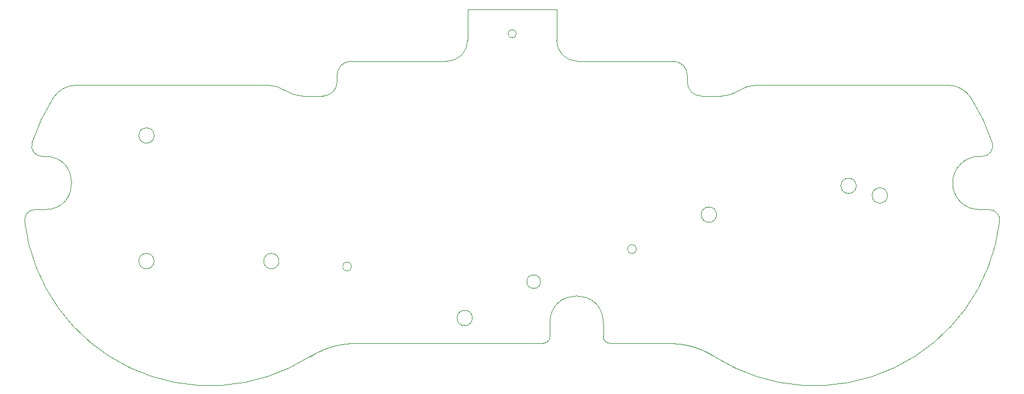
<source format=gbr>
%TF.GenerationSoftware,KiCad,Pcbnew,9.0.6-rc2*%
%TF.CreationDate,2025-11-20T00:57:41-08:00*%
%TF.ProjectId,LatteJr_Main_Board,4c617474-654a-4725-9f4d-61696e5f426f,rev?*%
%TF.SameCoordinates,Original*%
%TF.FileFunction,Profile,NP*%
%FSLAX46Y46*%
G04 Gerber Fmt 4.6, Leading zero omitted, Abs format (unit mm)*
G04 Created by KiCad (PCBNEW 9.0.6-rc2) date 2025-11-20 00:57:41*
%MOMM*%
%LPD*%
G01*
G04 APERTURE LIST*
%TA.AperFunction,Profile*%
%ADD10C,0.050000*%
%TD*%
%ADD11C,0.050000*%
G04 APERTURE END LIST*
D10*
X125117105Y-28956441D02*
G75*
G02*
X122693252Y-29700462I-2423905J3576341D01*
G01*
X105696589Y-62218857D02*
X105696589Y-64214121D01*
X115761293Y-24717570D02*
X102014998Y-24717570D01*
X142013339Y-42598349D02*
G75*
G02*
X139813339Y-42598349I-1100000J0D01*
G01*
X139813339Y-42598349D02*
G75*
G02*
X142013339Y-42598349I1100000J0D01*
G01*
D11*
X115281199Y-65214123D02*
X115311710Y-65214163D01*
X115342221Y-65214283D01*
X115372732Y-65214483D01*
X115403241Y-65214763D01*
X115433750Y-65215123D01*
X115464258Y-65215563D01*
X115494764Y-65216083D01*
X115525269Y-65216683D01*
X115555772Y-65217363D01*
X115586273Y-65218123D01*
X115616772Y-65218963D01*
X115647269Y-65219882D01*
X115677763Y-65220882D01*
X115708254Y-65221962D01*
X115738743Y-65223121D01*
X115769228Y-65224361D01*
X115799710Y-65225680D01*
X115830188Y-65227080D01*
X115860662Y-65228559D01*
X115891133Y-65230118D01*
X115921599Y-65231758D01*
X115952061Y-65233476D01*
X115982518Y-65235275D01*
X116012970Y-65237154D01*
X116043417Y-65239113D01*
X116073859Y-65241151D01*
X116104296Y-65243269D01*
X116134727Y-65245467D01*
X116165152Y-65247745D01*
X116195570Y-65250102D01*
X116225983Y-65252539D01*
X116256389Y-65255056D01*
X116286788Y-65257653D01*
X116317181Y-65260329D01*
X116347566Y-65263085D01*
X116377944Y-65265921D01*
X116408314Y-65268837D01*
X116438677Y-65271832D01*
X116469032Y-65274906D01*
X116499378Y-65278060D01*
X116529716Y-65281294D01*
X116560046Y-65284607D01*
X116590366Y-65288000D01*
X116620678Y-65291472D01*
X116650980Y-65295024D01*
X116681273Y-65298655D01*
X116711557Y-65302366D01*
X116741830Y-65306156D01*
X116772094Y-65310025D01*
X116802347Y-65313974D01*
X116832590Y-65318002D01*
X116862822Y-65322109D01*
X116893043Y-65326295D01*
X116923253Y-65330561D01*
X116938354Y-65332724D01*
X116953452Y-65334906D01*
X116968547Y-65337108D01*
X116983639Y-65339330D01*
X116998728Y-65341572D01*
X117013814Y-65343833D01*
X117028898Y-65346115D01*
X117043978Y-65348416D01*
X117059055Y-65350737D01*
X117074129Y-65353077D01*
X117089200Y-65355437D01*
X117104268Y-65357818D01*
X117119333Y-65360217D01*
X117134395Y-65362637D01*
X117149453Y-65365076D01*
X117164509Y-65367535D01*
X117179561Y-65370014D01*
X117194609Y-65372513D01*
X117209655Y-65375031D01*
X117224697Y-65377569D01*
X117239736Y-65380127D01*
X117254771Y-65382704D01*
X117269803Y-65385301D01*
X117284832Y-65387918D01*
X117299857Y-65390555D01*
X117314879Y-65393211D01*
X117329897Y-65395887D01*
X117344911Y-65398583D01*
X117359922Y-65401298D01*
X117374930Y-65404033D01*
X117389934Y-65406788D01*
X117404934Y-65409562D01*
X117419931Y-65412356D01*
X117434924Y-65415170D01*
X117449913Y-65418003D01*
X117464898Y-65420856D01*
X117479880Y-65423728D01*
X117494858Y-65426621D01*
X117509832Y-65429533D01*
X117524803Y-65432464D01*
X117539769Y-65435415D01*
X117554731Y-65438386D01*
X117569690Y-65441376D01*
X117584645Y-65444386D01*
X117599595Y-65447416D01*
X117614542Y-65450465D01*
X117629485Y-65453534D01*
X117644424Y-65456622D01*
X117659358Y-65459730D01*
X117674289Y-65462858D01*
X117689215Y-65466005D01*
X117704137Y-65469171D01*
X117719055Y-65472358D01*
X117733969Y-65475563D01*
X117748879Y-65478789D01*
X117763784Y-65482034D01*
X117778685Y-65485298D01*
X117793582Y-65488582D01*
X117808475Y-65491885D01*
X117823363Y-65495208D01*
X117838247Y-65498551D01*
X117853126Y-65501913D01*
X117868001Y-65505294D01*
X117882872Y-65508695D01*
X117897738Y-65512116D01*
X117912599Y-65515556D01*
X117927456Y-65519015D01*
X117942309Y-65522494D01*
X117957156Y-65525993D01*
X117972000Y-65529511D01*
X117986838Y-65533048D01*
X118001673Y-65536605D01*
X118016502Y-65540181D01*
X118031326Y-65543777D01*
X118046146Y-65547392D01*
X118060962Y-65551026D01*
X118075772Y-65554680D01*
X118090577Y-65558354D01*
X118105378Y-65562047D01*
X118120174Y-65565759D01*
X118134965Y-65569490D01*
X118149751Y-65573241D01*
X118164532Y-65577012D01*
X118179308Y-65580802D01*
X118194079Y-65584611D01*
X118208846Y-65588439D01*
X118223607Y-65592287D01*
X118238363Y-65596154D01*
X118253114Y-65600041D01*
X118267860Y-65603947D01*
X118282601Y-65607872D01*
X118297337Y-65611816D01*
X118312067Y-65615780D01*
X118326792Y-65619763D01*
X118341512Y-65623766D01*
X118356227Y-65627788D01*
X118370936Y-65631829D01*
X118385641Y-65635889D01*
X118400339Y-65639969D01*
X118415033Y-65644068D01*
X118429721Y-65648186D01*
X118444404Y-65652323D01*
X118459081Y-65656480D01*
X118473753Y-65660656D01*
X118488419Y-65664851D01*
X118503080Y-65669065D01*
X118517735Y-65673299D01*
X118532386Y-65677552D01*
X118554530Y-65684020D01*
D10*
X57470572Y-28138453D02*
X30124100Y-28138452D01*
X23719846Y-36413008D02*
G75*
G02*
X26767388Y-29963014I25512954J-8109592D01*
G01*
X41242447Y-35368689D02*
G75*
G02*
X39042447Y-35368689I-1100000J0D01*
G01*
X39042447Y-35368689D02*
G75*
G02*
X41242447Y-35368689I1100000J0D01*
G01*
X69581985Y-54177885D02*
G75*
G02*
X68281983Y-54177885I-650001J0D01*
G01*
X68281983Y-54177885D02*
G75*
G02*
X69581985Y-54177885I650001J0D01*
G01*
X62559271Y-29700434D02*
G75*
G02*
X60135451Y-28956424I29J4320234D01*
G01*
X158485150Y-29963018D02*
G75*
G02*
X161532688Y-36413011I-22465850J-14559782D01*
G01*
X69971345Y-65214123D02*
X97055951Y-65214122D01*
X161113681Y-46008039D02*
G75*
G02*
X162603154Y-47685224I19J-1499961D01*
G01*
X98055955Y-62218855D02*
G75*
G02*
X105696585Y-62218857I3820315J-5D01*
G01*
X98055955Y-64214121D02*
X98055955Y-62218855D01*
X159671414Y-46008039D02*
G75*
G02*
X159671414Y-38367361I-14J3820339D01*
G01*
X86237548Y-21717574D02*
G75*
G02*
X83237554Y-24717548I-2999948J-26D01*
G01*
X161113681Y-46008039D02*
X159671414Y-46008039D01*
X25149372Y-38367404D02*
X25581132Y-38367403D01*
X99014996Y-21717567D02*
X99014996Y-17251501D01*
X25581132Y-46008039D02*
X24129545Y-46008039D01*
X119761292Y-29700434D02*
G75*
G02*
X117761266Y-27700430I8J2000034D01*
G01*
X57470572Y-28138453D02*
G75*
G02*
X60135439Y-28956441I28J-4749747D01*
G01*
X67491254Y-26717470D02*
G75*
G02*
X69491152Y-24717554I1999946J-30D01*
G01*
X25581132Y-38367403D02*
G75*
G02*
X25581132Y-46008037I-2J-3820317D01*
G01*
X106696592Y-65214124D02*
X115281199Y-65214123D01*
X121970427Y-46733353D02*
G75*
G02*
X119770425Y-46733353I-1100001J0D01*
G01*
X119770425Y-46733353D02*
G75*
G02*
X121970427Y-46733353I1100001J0D01*
G01*
X155128442Y-28138452D02*
X127782021Y-28138452D01*
X122693252Y-29700433D02*
X119761292Y-29700434D01*
X102014998Y-24717570D02*
G75*
G02*
X99015030Y-21717567I2J2999970D01*
G01*
X98055955Y-64214121D02*
G75*
G02*
X97055951Y-65214055I-999955J21D01*
G01*
X67491254Y-27700401D02*
G75*
G02*
X65485556Y-29700446I-2000054J1D01*
G01*
X63688713Y-67056101D02*
G75*
G02*
X22649366Y-47685227I-14455417J22533238D01*
G01*
X159671414Y-38367404D02*
X160103179Y-38367404D01*
D11*
X118554530Y-65684020D02*
X118583793Y-65692640D01*
X118613033Y-65701338D01*
X118642250Y-65710112D01*
X118671444Y-65718962D01*
X118700615Y-65727889D01*
X118729762Y-65736892D01*
X118758886Y-65745972D01*
X118787986Y-65755128D01*
X118817062Y-65764361D01*
X118846113Y-65773669D01*
X118875140Y-65783054D01*
X118904142Y-65792515D01*
X118933120Y-65802052D01*
X118962072Y-65811665D01*
X118990999Y-65821354D01*
X119019901Y-65831118D01*
X119048777Y-65840959D01*
X119077627Y-65850875D01*
X119106451Y-65860867D01*
X119135249Y-65870934D01*
X119164020Y-65881077D01*
X119192765Y-65891295D01*
X119221483Y-65901589D01*
X119250174Y-65911958D01*
X119278837Y-65922402D01*
X119307474Y-65932921D01*
X119336082Y-65943515D01*
X119364663Y-65954185D01*
X119393216Y-65964929D01*
X119421741Y-65975748D01*
X119450237Y-65986642D01*
X119478704Y-65997611D01*
X119507143Y-66008654D01*
X119535553Y-66019772D01*
X119563934Y-66030964D01*
X119592285Y-66042231D01*
X119620607Y-66053572D01*
X119648899Y-66064988D01*
X119677161Y-66076477D01*
X119705393Y-66088041D01*
X119733595Y-66099679D01*
X119761766Y-66111390D01*
X119789906Y-66123176D01*
X119818015Y-66135035D01*
X119846094Y-66146968D01*
X119874141Y-66158974D01*
X119902156Y-66171054D01*
X119930140Y-66183208D01*
X119958092Y-66195435D01*
X119986011Y-66207735D01*
X120013899Y-66220108D01*
X120041754Y-66232555D01*
X120069576Y-66245074D01*
X120097366Y-66257667D01*
X120125122Y-66270332D01*
X120138988Y-66276692D01*
X120152845Y-66283070D01*
X120166695Y-66289467D01*
X120180535Y-66295881D01*
X120194368Y-66302314D01*
X120208191Y-66308764D01*
X120222007Y-66315233D01*
X120235814Y-66321720D01*
X120249612Y-66328225D01*
X120263402Y-66334748D01*
X120277183Y-66341290D01*
X120290956Y-66347849D01*
X120304720Y-66354426D01*
X120318476Y-66361022D01*
X120332223Y-66367635D01*
X120345961Y-66374267D01*
X120359691Y-66380916D01*
X120373412Y-66387584D01*
X120387124Y-66394269D01*
X120400827Y-66400973D01*
X120414522Y-66407694D01*
X120428208Y-66414434D01*
X120441884Y-66421191D01*
X120455553Y-66427966D01*
X120469212Y-66434760D01*
X120482862Y-66441571D01*
X120496503Y-66448400D01*
X120510136Y-66455247D01*
X120523759Y-66462111D01*
X120537374Y-66468994D01*
X120550979Y-66475895D01*
X120564576Y-66482813D01*
X120578163Y-66489749D01*
X120591741Y-66496703D01*
X120605310Y-66503675D01*
X120618870Y-66510664D01*
X120632421Y-66517672D01*
X120645963Y-66524697D01*
X120659495Y-66531740D01*
X120673018Y-66538800D01*
X120686532Y-66545879D01*
X120700037Y-66552975D01*
X120713532Y-66560089D01*
X120727018Y-66567220D01*
X120740495Y-66574369D01*
X120753962Y-66581536D01*
X120767420Y-66588720D01*
X120780869Y-66595923D01*
X120794308Y-66603142D01*
X120807738Y-66610380D01*
X120821158Y-66617635D01*
X120834568Y-66624907D01*
X120847969Y-66632197D01*
X120861361Y-66639505D01*
X120874743Y-66646830D01*
X120888115Y-66654173D01*
X120901478Y-66661534D01*
X120914831Y-66668912D01*
X120928174Y-66676307D01*
X120941508Y-66683720D01*
X120954832Y-66691150D01*
X120968147Y-66698598D01*
X120981451Y-66706063D01*
X120994746Y-66713546D01*
X121008031Y-66721046D01*
X121021306Y-66728564D01*
X121034571Y-66736099D01*
X121047827Y-66743652D01*
X121061072Y-66751221D01*
X121074308Y-66758809D01*
X121087533Y-66766413D01*
X121100749Y-66774035D01*
X121113954Y-66781674D01*
X121127150Y-66789331D01*
X121140336Y-66797004D01*
X121153512Y-66804696D01*
X121166677Y-66812404D01*
X121179832Y-66820130D01*
X121192978Y-66827872D01*
X121206113Y-66835633D01*
X121219238Y-66843410D01*
X121232353Y-66851205D01*
X121245457Y-66859016D01*
X121258552Y-66866845D01*
X121271635Y-66874691D01*
X121284709Y-66882555D01*
X121297773Y-66890435D01*
X121310826Y-66898333D01*
X121323869Y-66906247D01*
X121336902Y-66914179D01*
X121349923Y-66922128D01*
X121362935Y-66930094D01*
X121375936Y-66938077D01*
X121388927Y-66946077D01*
X121401907Y-66954094D01*
X121414878Y-66962128D01*
X121427837Y-66970179D01*
X121440786Y-66978248D01*
X121453724Y-66986333D01*
X121466651Y-66994435D01*
X121479568Y-67002554D01*
X121492475Y-67010690D01*
X121505370Y-67018843D01*
X121518256Y-67027013D01*
X121531130Y-67035200D01*
X121543994Y-67043403D01*
X121563831Y-67056101D01*
D10*
X117761291Y-27700430D02*
X117761291Y-26717567D01*
X22649366Y-47685227D02*
G75*
G02*
X24129545Y-46008041I1489504J177207D01*
G01*
X41232715Y-53400524D02*
G75*
G02*
X39032715Y-53400524I-1100000J0D01*
G01*
X39032715Y-53400524D02*
G75*
G02*
X41232715Y-53400524I1100000J0D01*
G01*
D11*
X63688713Y-67056101D02*
X63714415Y-67039660D01*
X63740161Y-67023287D01*
X63765949Y-67006981D01*
X63791780Y-66990743D01*
X63817653Y-66974572D01*
X63843568Y-66958470D01*
X63869525Y-66942435D01*
X63895525Y-66926469D01*
X63921566Y-66910571D01*
X63947649Y-66894741D01*
X63973773Y-66878980D01*
X63999938Y-66863288D01*
X64026144Y-66847664D01*
X64052391Y-66832109D01*
X64078679Y-66816622D01*
X64105007Y-66801205D01*
X64131376Y-66785857D01*
X64157784Y-66770578D01*
X64184233Y-66755368D01*
X64210721Y-66740228D01*
X64237249Y-66725157D01*
X64263817Y-66710156D01*
X64290423Y-66695225D01*
X64317069Y-66680363D01*
X64343753Y-66665571D01*
X64370477Y-66650850D01*
X64397238Y-66636198D01*
X64424038Y-66621617D01*
X64450876Y-66607106D01*
X64477752Y-66592665D01*
X64504666Y-66578295D01*
X64531618Y-66563996D01*
X64558607Y-66549767D01*
X64585633Y-66535609D01*
X64612696Y-66521522D01*
X64639795Y-66507506D01*
X64666932Y-66493561D01*
X64694105Y-66479688D01*
X64721314Y-66465885D01*
X64748560Y-66452154D01*
X64775841Y-66438495D01*
X64803158Y-66424907D01*
X64830510Y-66411391D01*
X64857898Y-66397947D01*
X64885321Y-66384574D01*
X64912779Y-66371273D01*
X64940272Y-66358045D01*
X64967799Y-66344888D01*
X64995361Y-66331804D01*
X65022957Y-66318792D01*
X65050587Y-66305853D01*
X65078250Y-66292986D01*
X65105948Y-66280192D01*
X65133679Y-66267470D01*
X65147556Y-66261136D01*
X65161443Y-66254821D01*
X65175337Y-66248524D01*
X65189240Y-66242245D01*
X65203151Y-66235984D01*
X65217070Y-66229742D01*
X65230997Y-66223517D01*
X65244932Y-66217311D01*
X65258876Y-66211124D01*
X65272828Y-66204954D01*
X65286787Y-66198803D01*
X65300755Y-66192671D01*
X65314731Y-66186556D01*
X65328715Y-66180460D01*
X65342706Y-66174382D01*
X65356706Y-66168323D01*
X65370714Y-66162282D01*
X65384729Y-66156259D01*
X65398752Y-66150255D01*
X65412784Y-66144269D01*
X65426823Y-66138301D01*
X65440870Y-66132352D01*
X65454924Y-66126422D01*
X65468987Y-66120509D01*
X65483057Y-66114616D01*
X65497135Y-66108740D01*
X65511220Y-66102884D01*
X65525314Y-66097045D01*
X65539415Y-66091225D01*
X65553523Y-66085424D01*
X65567639Y-66079641D01*
X65581763Y-66073876D01*
X65595894Y-66068131D01*
X65610033Y-66062403D01*
X65624179Y-66056695D01*
X65638333Y-66051004D01*
X65652494Y-66045333D01*
X65666662Y-66039679D01*
X65680838Y-66034045D01*
X65695021Y-66028429D01*
X65709212Y-66022832D01*
X65723410Y-66017253D01*
X65737615Y-66011693D01*
X65751828Y-66006151D01*
X65766047Y-66000629D01*
X65780274Y-65995124D01*
X65794509Y-65989639D01*
X65808750Y-65984172D01*
X65822998Y-65978724D01*
X65837254Y-65973295D01*
X65851517Y-65967884D01*
X65865787Y-65962492D01*
X65880064Y-65957118D01*
X65894348Y-65951764D01*
X65908638Y-65946428D01*
X65922936Y-65941111D01*
X65937241Y-65935812D01*
X65951553Y-65930533D01*
X65965872Y-65925272D01*
X65980197Y-65920030D01*
X65994530Y-65914806D01*
X66008869Y-65909602D01*
X66023215Y-65904416D01*
X66037568Y-65899249D01*
X66051927Y-65894101D01*
X66066294Y-65888972D01*
X66080667Y-65883862D01*
X66095047Y-65878770D01*
X66109433Y-65873698D01*
X66123826Y-65868644D01*
X66138226Y-65863609D01*
X66152632Y-65858593D01*
X66167045Y-65853596D01*
X66181464Y-65848617D01*
X66195890Y-65843658D01*
X66210322Y-65838718D01*
X66224761Y-65833796D01*
X66239207Y-65828894D01*
X66253658Y-65824010D01*
X66268116Y-65819145D01*
X66282580Y-65814300D01*
X66297051Y-65809473D01*
X66311528Y-65804665D01*
X66326012Y-65799877D01*
X66340501Y-65795107D01*
X66354998Y-65790356D01*
X66369499Y-65785624D01*
X66384008Y-65780912D01*
X66398522Y-65776218D01*
X66413043Y-65771543D01*
X66427570Y-65766888D01*
X66442103Y-65762251D01*
X66456641Y-65757633D01*
X66471187Y-65753035D01*
X66485737Y-65748456D01*
X66500295Y-65743895D01*
X66514857Y-65739354D01*
X66529427Y-65734832D01*
X66544001Y-65730329D01*
X66558582Y-65725845D01*
X66573168Y-65721380D01*
X66587761Y-65716935D01*
X66602359Y-65712508D01*
X66616964Y-65708101D01*
X66631573Y-65703712D01*
X66646189Y-65699343D01*
X66660810Y-65694993D01*
X66675438Y-65690663D01*
X66697469Y-65684179D01*
D10*
X155128442Y-28138452D02*
G75*
G02*
X158485139Y-29963025I-42J-4000048D01*
G01*
X96696458Y-56350988D02*
G75*
G02*
X94730458Y-56350988I-983000J0D01*
G01*
X94730458Y-56350988D02*
G75*
G02*
X96696458Y-56350988I983000J0D01*
G01*
X146501743Y-43979136D02*
G75*
G02*
X144301743Y-43979136I-1100000J0D01*
G01*
X144301743Y-43979136D02*
G75*
G02*
X146501743Y-43979136I1100000J0D01*
G01*
X106696592Y-65214124D02*
G75*
G02*
X105696576Y-64214121I8J1000024D01*
G01*
X125117105Y-28956441D02*
G75*
G02*
X127782021Y-28138456I2664895J-3931959D01*
G01*
X161532698Y-36413008D02*
G75*
G02*
X160103179Y-38367379I-1429498J-454392D01*
G01*
X65485556Y-29700434D02*
X62559271Y-29700434D01*
X115761293Y-24717570D02*
G75*
G02*
X117761330Y-26717567I7J-2000030D01*
G01*
X162603178Y-47685227D02*
G75*
G02*
X121563834Y-67056096I-26583928J3162367D01*
G01*
D11*
X66697469Y-65684179D02*
X66726754Y-65675634D01*
X66756062Y-65667165D01*
X66785391Y-65658774D01*
X66814743Y-65650459D01*
X66844116Y-65642222D01*
X66873511Y-65634061D01*
X66902927Y-65625978D01*
X66932364Y-65617972D01*
X66961822Y-65610043D01*
X66991300Y-65602191D01*
X67020800Y-65594416D01*
X67050319Y-65586719D01*
X67079859Y-65579100D01*
X67109419Y-65571557D01*
X67138998Y-65564093D01*
X67168597Y-65556706D01*
X67198215Y-65549396D01*
X67227853Y-65542164D01*
X67257509Y-65535010D01*
X67287184Y-65527934D01*
X67316877Y-65520935D01*
X67346589Y-65514015D01*
X67376319Y-65507172D01*
X67406067Y-65500407D01*
X67435832Y-65493721D01*
X67465615Y-65487112D01*
X67495416Y-65480581D01*
X67525233Y-65474129D01*
X67555068Y-65467755D01*
X67584919Y-65461459D01*
X67614786Y-65455241D01*
X67644670Y-65449102D01*
X67674570Y-65443041D01*
X67704485Y-65437058D01*
X67734417Y-65431154D01*
X67764363Y-65425328D01*
X67794326Y-65419581D01*
X67824303Y-65413913D01*
X67854295Y-65408323D01*
X67884301Y-65402811D01*
X67914322Y-65397379D01*
X67944357Y-65392025D01*
X67974407Y-65386750D01*
X68004470Y-65381553D01*
X68034546Y-65376436D01*
X68064636Y-65371397D01*
X68094740Y-65366438D01*
X68124856Y-65361557D01*
X68154985Y-65356755D01*
X68185126Y-65352032D01*
X68215280Y-65347388D01*
X68245446Y-65342824D01*
X68275624Y-65338338D01*
X68305814Y-65333932D01*
X68336015Y-65329604D01*
X68351120Y-65327470D01*
X68366228Y-65325356D01*
X68381338Y-65323262D01*
X68396451Y-65321187D01*
X68411567Y-65319133D01*
X68426686Y-65317098D01*
X68441807Y-65315083D01*
X68456931Y-65313087D01*
X68472058Y-65311112D01*
X68487187Y-65309156D01*
X68502319Y-65307221D01*
X68517453Y-65305305D01*
X68532590Y-65303409D01*
X68547729Y-65301532D01*
X68562871Y-65299676D01*
X68578015Y-65297839D01*
X68593161Y-65296023D01*
X68608310Y-65294226D01*
X68623462Y-65292449D01*
X68638615Y-65290692D01*
X68653771Y-65288955D01*
X68668930Y-65287237D01*
X68684090Y-65285540D01*
X68699253Y-65283862D01*
X68714418Y-65282204D01*
X68729585Y-65280567D01*
X68744754Y-65278949D01*
X68759926Y-65277351D01*
X68775099Y-65275772D01*
X68790275Y-65274214D01*
X68805452Y-65272676D01*
X68820632Y-65271157D01*
X68835814Y-65269659D01*
X68850997Y-65268180D01*
X68866183Y-65266721D01*
X68881370Y-65265282D01*
X68896559Y-65263863D01*
X68911751Y-65262464D01*
X68926944Y-65261085D01*
X68942139Y-65259726D01*
X68957335Y-65258386D01*
X68972534Y-65257067D01*
X68987734Y-65255768D01*
X69002936Y-65254488D01*
X69018139Y-65253228D01*
X69033344Y-65251989D01*
X69048551Y-65250769D01*
X69063760Y-65249569D01*
X69078969Y-65248389D01*
X69094181Y-65247229D01*
X69109394Y-65246089D01*
X69124609Y-65244969D01*
X69139825Y-65243869D01*
X69155042Y-65242789D01*
X69170261Y-65241729D01*
X69185481Y-65240689D01*
X69200703Y-65239668D01*
X69215926Y-65238668D01*
X69231150Y-65237688D01*
X69246376Y-65236727D01*
X69261603Y-65235787D01*
X69276831Y-65234866D01*
X69292060Y-65233966D01*
X69307291Y-65233085D01*
X69322522Y-65232225D01*
X69337755Y-65231384D01*
X69352989Y-65230563D01*
X69368224Y-65229763D01*
X69383460Y-65228982D01*
X69398697Y-65228221D01*
X69413935Y-65227481D01*
X69429174Y-65226760D01*
X69444414Y-65226059D01*
X69459655Y-65225378D01*
X69474897Y-65224717D01*
X69490140Y-65224077D01*
X69505383Y-65223456D01*
X69520628Y-65222855D01*
X69535873Y-65222274D01*
X69551119Y-65221713D01*
X69566365Y-65221172D01*
X69581613Y-65220651D01*
X69596861Y-65220150D01*
X69612110Y-65219669D01*
X69627359Y-65219208D01*
X69642609Y-65218767D01*
X69657860Y-65218346D01*
X69673111Y-65217945D01*
X69688363Y-65217564D01*
X69703615Y-65217203D01*
X69718868Y-65216862D01*
X69734121Y-65216541D01*
X69749374Y-65216240D01*
X69764629Y-65215959D01*
X69779883Y-65215698D01*
X69795138Y-65215457D01*
X69810393Y-65215236D01*
X69825648Y-65215035D01*
X69840904Y-65214854D01*
X69856160Y-65214693D01*
X69871416Y-65214552D01*
X69886673Y-65214431D01*
X69901929Y-65214330D01*
X69917186Y-65214249D01*
X69932442Y-65214188D01*
X69947700Y-65214147D01*
X69971345Y-65214123D01*
D10*
X86913207Y-61567132D02*
G75*
G02*
X84713207Y-61567132I-1100000J0D01*
G01*
X84713207Y-61567132D02*
G75*
G02*
X86913207Y-61567132I1100000J0D01*
G01*
X86237548Y-17251501D02*
X86237548Y-21717574D01*
X67491254Y-26717470D02*
X67491254Y-27700401D01*
X93226287Y-20759218D02*
G75*
G02*
X92026257Y-20759218I-600015J0D01*
G01*
X92026257Y-20759218D02*
G75*
G02*
X93226287Y-20759218I600015J0D01*
G01*
X83237554Y-24717570D02*
X69491152Y-24717570D01*
X26767394Y-29963018D02*
G75*
G02*
X30124100Y-28138453I3356706J-2175432D01*
G01*
X110470518Y-51677740D02*
G75*
G02*
X109170520Y-51677740I-649999J0D01*
G01*
X109170520Y-51677740D02*
G75*
G02*
X110470518Y-51677740I649999J0D01*
G01*
X59162846Y-53400506D02*
G75*
G02*
X56962846Y-53400506I-1100000J0D01*
G01*
X56962846Y-53400506D02*
G75*
G02*
X59162846Y-53400506I1100000J0D01*
G01*
X99014996Y-17251501D02*
X86237548Y-17251501D01*
X25149372Y-38367404D02*
G75*
G02*
X23719873Y-36413017I28J1500004D01*
G01*
M02*

</source>
